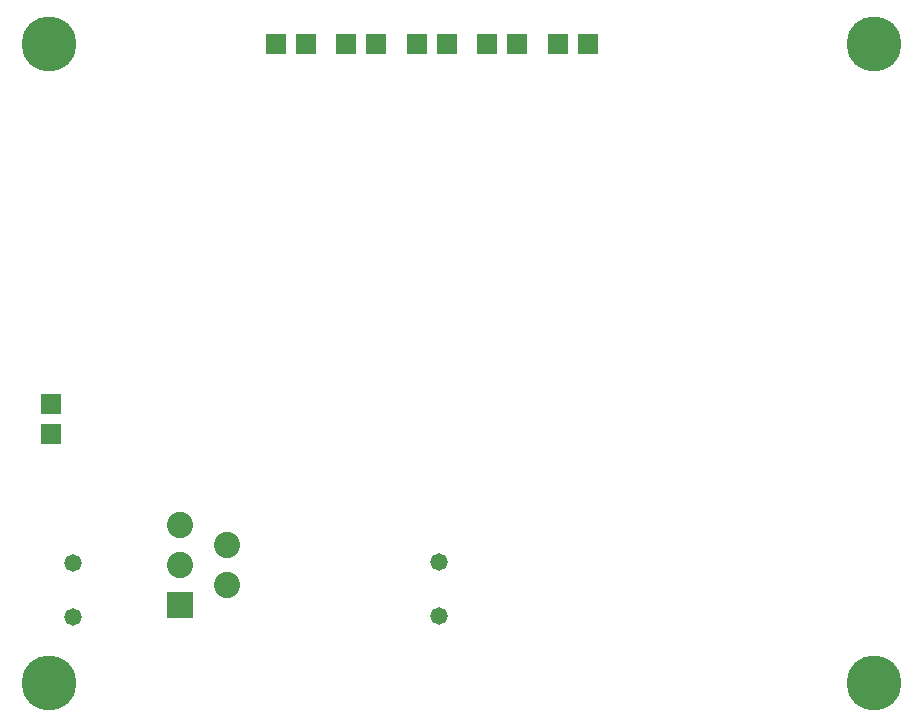
<source format=gbr>
G04 EAGLE Gerber RS-274X export*
G75*
%MOMM*%
%FSLAX34Y34*%
%LPD*%
%INSoldermask Bottom*%
%IPPOS*%
%AMOC8*
5,1,8,0,0,1.08239X$1,22.5*%
G01*
%ADD10R,1.727200X1.727200*%
%ADD11R,2.228200X2.228200*%
%ADD12C,2.228200*%
%ADD13C,4.648200*%
%ADD14C,1.478200*%


D10*
X224790Y571500D03*
X250190Y571500D03*
X344170Y571500D03*
X369570Y571500D03*
X284480Y571500D03*
X309880Y571500D03*
X403860Y571500D03*
X429260Y571500D03*
X463550Y571500D03*
X488950Y571500D03*
D11*
X143510Y96520D03*
D12*
X183510Y113520D03*
X143510Y130520D03*
X183510Y147520D03*
X143510Y164520D03*
D10*
X34290Y266700D03*
X34290Y241300D03*
D13*
X33020Y30480D03*
X731520Y30480D03*
X33020Y571500D03*
X731520Y571500D03*
D14*
X53340Y86360D03*
X363220Y87630D03*
X53340Y132080D03*
X363220Y133350D03*
M02*

</source>
